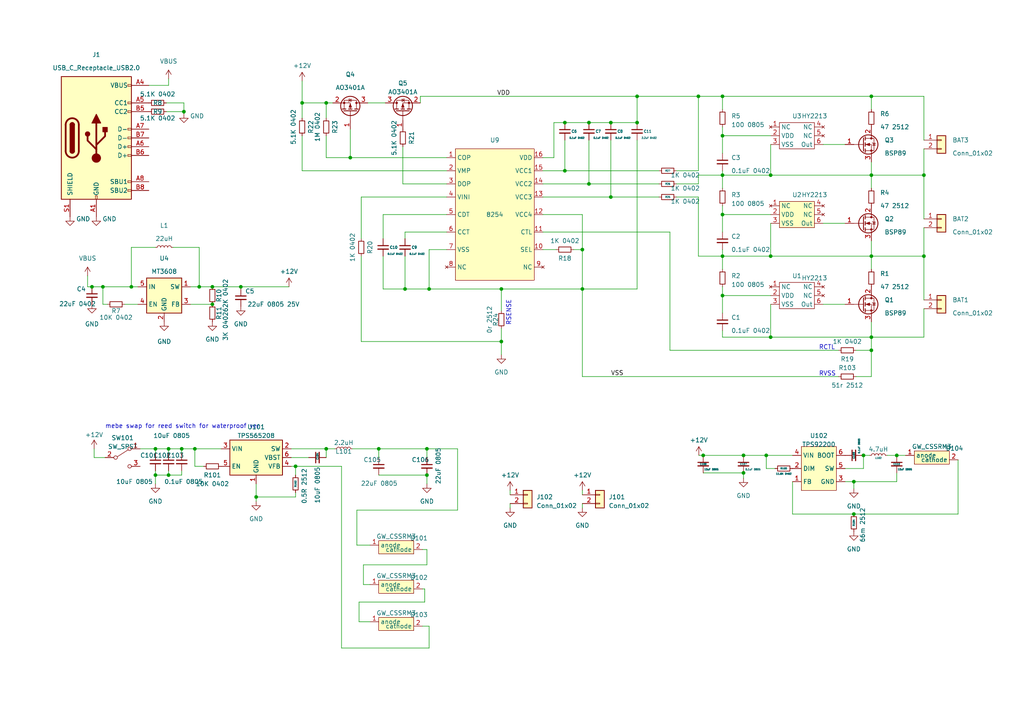
<source format=kicad_sch>
(kicad_sch (version 20230121) (generator eeschema)
  (paper "A4")
  (lib_symbols
    (symbol "8254A:8254"
      (property "Reference" "U" (at 0 0 0))
      (symbol "8254_0_1"
        (rectangle (start -11.43 19.05) (end 11.43 -19.05) (fill (type background)))
      )
      (symbol "8254_1_1"
        (pin input line (at -13.97 16.51 0) (length 2.54) (name "COP") (number "1"))
        (pin input line (at 13.97 -10.16 180) (length 2.54) (name "SEL") (number "10"))
        (pin input line (at 13.97 -5.08 180) (length 2.54) (name "CTL") (number "11"))
        (pin input line (at 13.97 0 180) (length 2.54) (name "VCC4") (number "12"))
        (pin input line (at 13.97 5.08 180) (length 2.54) (name "VCC3") (number "13"))
        (pin input line (at 13.97 8.89 180) (length 2.54) (name "VCC2") (number "14"))
        (pin input line (at 13.97 12.7 180) (length 2.54) (name "VCC1") (number "15"))
        (pin input line (at 13.97 16.51 180) (length 2.54) (name "VDD") (number "16"))
        (pin input line (at -13.97 12.7 0) (length 2.54) (name "VMP") (number "2"))
        (pin input line (at -13.97 8.89 0) (length 2.54) (name "DOP") (number "3"))
        (pin input line (at -13.97 5.08 0) (length 2.54) (name "VINI") (number "4"))
        (pin input line (at -13.97 0 0) (length 2.54) (name "CDT") (number "5"))
        (pin input line (at -13.97 -5.08 0) (length 2.54) (name "CCT") (number "6"))
        (pin input line (at -13.97 -10.16 0) (length 2.54) (name "VSS") (number "7"))
        (pin no_connect line (at -13.97 -15.24 0) (length 2.54) (name "NC") (number "8"))
        (pin no_connect line (at 13.97 -15.24 180) (length 2.54) (name "NC") (number "9"))
      )
    )
    (symbol "Connector:USB_C_Receptacle_USB2.0" (pin_names (offset 1.016))
      (property "Reference" "J" (at -10.16 19.05 0))
      (property "Value" "USB_C_Receptacle_USB2.0" (at 19.05 19.05 0))
      (symbol "USB_C_Receptacle_USB2.0_0_0"
        (rectangle (start -0.254 -17.78) (end 0.254 -16.764))
        (rectangle (start 10.16 -14.986) (end 9.144 -15.494))
        (rectangle (start 10.16 -12.446) (end 9.144 -12.954))
        (rectangle (start 10.16 -4.826) (end 9.144 -5.334))
        (rectangle (start 10.16 -2.286) (end 9.144 -2.794))
        (rectangle (start 10.16 0.254) (end 9.144 -0.254))
        (rectangle (start 10.16 2.794) (end 9.144 2.286))
        (rectangle (start 10.16 7.874) (end 9.144 7.366))
        (rectangle (start 10.16 10.414) (end 9.144 9.906))
        (rectangle (start 10.16 15.494) (end 9.144 14.986))
      )
      (symbol "USB_C_Receptacle_USB2.0_0_1"
        (rectangle (start -10.16 17.78) (end 10.16 -17.78) (stroke (width 0.254)) (fill (type background)))
        (arc (start -8.89 -3.81) (mid -6.985 -5.7067) (end -5.08 -3.81) (stroke (width 0.508)))
        (arc (start -7.62 -3.81) (mid -6.985 -4.4423) (end -6.35 -3.81) (stroke (width 0.254)))
        (arc (start -7.62 -3.81) (mid -6.985 -4.4423) (end -6.35 -3.81) (stroke (width 0.254)) (fill (type outline)))
        (rectangle (start -7.62 -3.81) (end -6.35 3.81) (stroke (width 0.254)) (fill (type outline)))
        (arc (start -6.35 3.81) (mid -6.985 4.4423) (end -7.62 3.81) (stroke (width 0.254)))
        (arc (start -6.35 3.81) (mid -6.985 4.4423) (end -7.62 3.81) (stroke (width 0.254)) (fill (type outline)))
        (arc (start -5.08 3.81) (mid -6.985 5.7067) (end -8.89 3.81) (stroke (width 0.508)))
        (circle (center -2.54 1.143) (radius 0.635) (stroke (width 0.254)) (fill (type outline)))
        (circle (center 0 -5.842) (radius 1.27) (fill (type outline)))
        (polyline (pts (xy -8.89 -3.81) (xy -8.89 3.81)) (stroke (width 0.508)))
        (polyline (pts (xy -5.08 3.81) (xy -5.08 -3.81)) (stroke (width 0.508)))
        (polyline (pts (xy 0 -5.842) (xy 0 4.318)) (stroke (width 0.508)))
        (polyline (pts (xy 0 -3.302) (xy -2.54 -0.762) (xy -2.54 0.508)) (stroke (width 0.508)))
        (polyline (pts (xy 0 -2.032) (xy 2.54 0.508) (xy 2.54 1.778)) (stroke (width 0.508)))
        (polyline (pts (xy -1.27 4.318) (xy 0 6.858) (xy 1.27 4.318) (xy -1.27 4.318)) (stroke (width 0.254)) (fill (type outline)))
        (rectangle (start 1.905 1.778) (end 3.175 3.048) (stroke (width 0.254)) (fill (type outline)))
      )
      (symbol "USB_C_Receptacle_USB2.0_1_1"
        (pin passive line (at 0 -22.86 90) (length 5.08) (name "GND") (number "A1"))
        (pin passive line (at 0 -22.86 90) (length 5.08) hide (name "GND") (number "A12"))
        (pin passive line (at 15.24 15.24 180) (length 5.08) (name "VBUS") (number "A4"))
        (pin bidirectional line (at 15.24 10.16 180) (length 5.08) (name "CC1") (number "A5"))
        (pin bidirectional line (at 15.24 -2.54 180) (length 5.08) (name "D+") (number "A6"))
        (pin bidirectional line (at 15.24 2.54 180) (length 5.08) (name "D-") (number "A7"))
        (pin bidirectional line (at 15.24 -12.7 180) (length 5.08) (name "SBU1") (number "A8"))
        (pin passive line (at 15.24 15.24 180) (length 5.08) hide (name "VBUS") (number "A9"))
        (pin passive line (at 0 -22.86 90) (length 5.08) hide (name "GND") (number "B1"))
        (pin passive line (at 0 -22.86 90) (length 5.08) hide (name "GND") (number "B12"))
        (pin passive line (at 15.24 15.24 180) (length 5.08) hide (name "VBUS") (number "B4"))
        (pin bidirectional line (at 15.24 7.62 180) (length 5.08) (name "CC2") (number "B5"))
        (pin bidirectional line (at 15.24 -5.08 180) (length 5.08) (name "D+") (number "B6"))
        (pin bidirectional line (at 15.24 0 180) (length 5.08) (name "D-") (number "B7"))
        (pin bidirectional line (at 15.24 -15.24 180) (length 5.08) (name "SBU2") (number "B8"))
        (pin passive line (at 15.24 15.24 180) (length 5.08) hide (name "VBUS") (number "B9"))
        (pin passive line (at -7.62 -22.86 90) (length 5.08) (name "SHIELD") (number "S1"))
      )
    )
    (symbol "Connector_Generic:Conn_01x02" (pin_names (offset 1.016) hide)
      (property "Reference" "J" (at 0 2.54 0))
      (property "Value" "Conn_01x02" (at 0 -5.08 0))
      (symbol "Conn_01x02_1_1"
        (rectangle (start -1.27 -2.413) (end 0 -2.667) (stroke (width 0.1524)))
        (rectangle (start -1.27 0.127) (end 0 -0.127) (stroke (width 0.1524)))
        (rectangle (start -1.27 1.27) (end 1.27 -3.81) (stroke (width 0.254)) (fill (type background)))
        (pin passive line (at -5.08 0 0) (length 3.81) (name "Pin_1") (number "1"))
        (pin passive line (at -5.08 -2.54 0) (length 3.81) (name "Pin_2") (number "2"))
      )
    )
    (symbol "Device:C_Small" (pin_numbers hide) (pin_names (offset 0.254) hide)
      (property "Reference" "C" (at 0.254 1.778 0))
      (property "Value" "C_Small" (at 0.254 -2.032 0))
      (symbol "C_Small_0_1"
        (polyline (pts (xy -1.524 -0.508) (xy 1.524 -0.508)) (stroke (width 0.3302)))
        (polyline (pts (xy -1.524 0.508) (xy 1.524 0.508)) (stroke (width 0.3048)))
      )
      (symbol "C_Small_1_1"
        (pin passive line (at 0 2.54 270) (length 2.032) (name "~") (number "1"))
        (pin passive line (at 0 -2.54 90) (length 2.032) (name "~") (number "2"))
      )
    )
    (symbol "Device:L_Small" (pin_numbers hide) (pin_names (offset 0.254) hide)
      (property "Reference" "L" (at 0.762 1.016 0))
      (property "Value" "L_Small" (at 0.762 -1.016 0))
      (symbol "L_Small_0_1"
        (arc (start 0 -2.032) (mid 0.5058 -1.524) (end 0 -1.016))
        (arc (start 0 -1.016) (mid 0.5058 -0.508) (end 0 0))
        (arc (start 0 0) (mid 0.5058 0.508) (end 0 1.016))
        (arc (start 0 1.016) (mid 0.5058 1.524) (end 0 2.032))
      )
      (symbol "L_Small_1_1"
        (pin passive line (at 0 2.54 270) (length 0.508) (name "~") (number "1"))
        (pin passive line (at 0 -2.54 90) (length 0.508) (name "~") (number "2"))
      )
    )
    (symbol "Device:R_Small" (pin_numbers hide) (pin_names (offset 0.254) hide)
      (property "Reference" "R" (at 0.762 0.508 0))
      (property "Value" "R_Small" (at 0.762 -1.016 0))
      (symbol "R_Small_0_1"
        (rectangle (start -0.762 1.778) (end 0.762 -1.778) (stroke (width 0.2032)))
      )
      (symbol "R_Small_1_1"
        (pin passive line (at 0 2.54 270) (length 0.762) (name "~") (number "1"))
        (pin passive line (at 0 -2.54 90) (length 0.762) (name "~") (number "2"))
      )
    )
    (symbol "GW CSSRM3:GW_CSSRM3"
      (property "Reference" "D" (at 0 1.27 0))
      (property "Value" "GW_CSSRM3" (at 0 -5.08 0))
      (symbol "GW_CSSRM3_0_1"
        (rectangle (start -5.08 0) (end 5.08 -3.81) (fill (type background)))
      )
      (symbol "GW_CSSRM3_1_1"
        (pin input line (at -7.62 -1.27 0) (length 2.54) (name "anode") (number "1"))
        (pin output line (at 7.62 -2.54 180) (length 2.54) (name "cathode") (number "2"))
        (pin input line (at 0 -6.35 90) (length 2.54) hide (name "GND") (number "3"))
      )
    )
    (symbol "HY2213:HY2213"
      (property "Reference" "U" (at 0 2.54 0))
      (symbol "HY2213_0_1"
        (rectangle (start -5.08 1.27) (end 5.08 -6.35))
      )
      (symbol "HY2213_1_1"
        (pin no_connect line (at -7.62 0 0) (length 2.54) (name "NC") (number "1"))
        (pin input line (at -7.62 -2.54 0) (length 2.54) (name "VDD") (number "2"))
        (pin output line (at -7.62 -5.08 0) (length 2.54) (name "VSS") (number "3"))
        (pin no_connect line (at 7.62 0 180) (length 2.54) (name "NC") (number "4"))
        (pin no_connect line (at 7.62 -2.54 180) (length 2.54) (name "NC") (number "5"))
        (pin output line (at 7.62 -5.08 180) (length 2.54) (name "Out") (number "6"))
      )
    )
    (symbol "HY2213_1"
      (property "Reference" "U2" (at 0 3.175 0))
      (property "Value" "HY2213" (at 5.08 3.175 0))
      (symbol "HY2213_1_0_1"
        (rectangle (start -5.08 1.27) (end 5.08 -6.35) (fill (type background)))
      )
      (symbol "HY2213_1_1_1"
        (pin no_connect line (at -7.62 0 0) (length 2.54) (name "NC") (number "1"))
        (pin input line (at -7.62 -2.54 0) (length 2.54) (name "VDD") (number "2"))
        (pin output line (at -7.62 -5.08 0) (length 2.54) (name "VSS") (number "3"))
        (pin no_connect line (at 7.62 0 180) (length 2.54) (name "NC") (number "4"))
        (pin no_connect line (at 7.62 -2.54 180) (length 2.54) (name "NC") (number "5"))
        (pin output line (at 7.62 -5.08 180) (length 2.54) (name "Out") (number "6"))
      )
    )
    (symbol "Regulator_Switching:MT3608"
      (property "Reference" "U" (at -2.54 8.89 0))
      (property "Value" "MT3608" (at -3.81 6.35 0))
      (symbol "MT3608_0_1"
        (rectangle (start -5.08 5.08) (end 5.08 -5.08) (stroke (width 0.254)) (fill (type background)))
      )
      (symbol "MT3608_1_1"
        (pin passive line (at 7.62 2.54 180) (length 2.54) (name "SW") (number "1"))
        (pin power_in line (at 0 -7.62 90) (length 2.54) (name "GND") (number "2"))
        (pin input line (at 7.62 -2.54 180) (length 2.54) (name "FB") (number "3"))
        (pin input line (at -7.62 -2.54 0) (length 2.54) (name "EN") (number "4"))
        (pin power_in line (at -7.62 2.54 0) (length 2.54) (name "IN") (number "5"))
        (pin no_connect line (at 5.08 0 180) (length 2.54) hide (name "NC") (number "6"))
      )
    )
    (symbol "Regulator_Switching:TPS565208"
      (property "Reference" "U" (at -7.62 6.35 0))
      (property "Value" "TPS565208" (at -2.54 6.35 0))
      (symbol "TPS565208_0_1"
        (rectangle (start -7.62 5.08) (end 7.62 -5.08) (stroke (width 0.254)) (fill (type background)))
      )
      (symbol "TPS565208_1_1"
        (pin power_in line (at 0 -7.62 90) (length 2.54) (name "GND") (number "1"))
        (pin output line (at 10.16 2.54 180) (length 2.54) (name "SW") (number "2"))
        (pin power_in line (at -10.16 2.54 0) (length 2.54) (name "VIN") (number "3"))
        (pin input line (at 10.16 -2.54 180) (length 2.54) (name "VFB") (number "4"))
        (pin input line (at -10.16 -2.54 0) (length 2.54) (name "EN") (number "5"))
        (pin passive line (at 10.16 0 180) (length 2.54) (name "VBST") (number "6"))
      )
    )
    (symbol "Switch:SW_SPDT" (pin_names (offset 0) hide)
      (property "Reference" "SW" (at 0 4.318 0))
      (property "Value" "SW_SPDT" (at 0 -5.08 0))
      (symbol "SW_SPDT_0_0"
        (circle (center -2.032 0) (radius 0.508))
        (circle (center 2.032 -2.54) (radius 0.508))
      )
      (symbol "SW_SPDT_0_1"
        (polyline (pts (xy -1.524 0.254) (xy 1.651 2.286)))
        (circle (center 2.032 2.54) (radius 0.508))
      )
      (symbol "SW_SPDT_1_1"
        (pin passive line (at 5.08 2.54 180) (length 2.54) (name "A") (number "1"))
        (pin passive line (at -5.08 0 0) (length 2.54) (name "B") (number "2"))
        (pin passive line (at 5.08 -2.54 180) (length 2.54) (name "C") (number "3"))
      )
    )
    (symbol "TPS92200:TPS92200"
      (property "Reference" "U" (at 0 0 0))
      (property "Value" "TPS92200" (at 0 0 0))
      (symbol "TPS92200_0_1"
        (rectangle (start -5.08 6.35) (end 5.08 -6.35) (fill (type background)))
      )
      (symbol "TPS92200_1_1"
        (pin input line (at -7.62 -3.81 0) (length 2.54) (name "FB") (number "1"))
        (pin input line (at -7.62 0 0) (length 2.54) (name "DIM") (number "2"))
        (pin input line (at 7.62 -3.81 180) (length 2.54) (name "GND") (number "3"))
        (pin input line (at -7.62 3.81 0) (length 2.54) (name "VIN") (number "4"))
        (pin input line (at 7.62 0 180) (length 2.54) (name "SW") (number "5"))
        (pin input line (at 7.62 3.81 180) (length 2.54) (name "BOOT") (number "6"))
      )
    )
    (symbol "Transistor_FET:AO3401A" (pin_names hide)
      (property "Reference" "Q" (at 5.08 1.905 0))
      (property "Value" "AO3401A" (at 5.08 0 0))
      (symbol "AO3401A_0_1"
        (polyline (pts (xy 0.254 0) (xy -2.54 0)))
        (polyline (pts (xy 0.254 1.905) (xy 0.254 -1.905)) (stroke (width 0.254)))
        (polyline (pts (xy 0.762 -1.27) (xy 0.762 -2.286)) (stroke (width 0.254)))
        (polyline (pts (xy 0.762 0.508) (xy 0.762 -0.508)) (stroke (width 0.254)))
        (polyline (pts (xy 0.762 2.286) (xy 0.762 1.27)) (stroke (width 0.254)))
        (polyline (pts (xy 2.54 2.54) (xy 2.54 1.778)))
        (polyline (pts (xy 2.54 -2.54) (xy 2.54 0) (xy 0.762 0)))
        (polyline (pts (xy 0.762 1.778) (xy 3.302 1.778) (xy 3.302 -1.778) (xy 0.762 -1.778)))
        (polyline (pts (xy 2.286 0) (xy 1.27 0.381) (xy 1.27 -0.381) (xy 2.286 0)) (fill (type outline)))
        (polyline (pts (xy 2.794 -0.508) (xy 2.921 -0.381) (xy 3.683 -0.381) (xy 3.81 -0.254)))
        (polyline (pts (xy 3.302 -0.381) (xy 2.921 0.254) (xy 3.683 0.254) (xy 3.302 -0.381)))
        (circle (center 1.651 0) (radius 2.794) (stroke (width 0.254)))
        (circle (center 2.54 -1.778) (radius 0.254) (fill (type outline)))
        (circle (center 2.54 1.778) (radius 0.254) (fill (type outline)))
      )
      (symbol "AO3401A_1_1"
        (pin input line (at -5.08 0 0) (length 2.54) (name "G") (number "1"))
        (pin passive line (at 2.54 -5.08 90) (length 2.54) (name "S") (number "2"))
        (pin passive line (at 2.54 5.08 270) (length 2.54) (name "D") (number "3"))
      )
    )
    (symbol "Transistor_FET:BSP89" (pin_names hide)
      (property "Reference" "Q" (at 5.08 1.905 0))
      (property "Value" "BSP89" (at 5.08 0 0))
      (symbol "BSP89_0_1"
        (polyline (pts (xy 0.254 0) (xy -2.54 0)))
        (polyline (pts (xy 0.254 1.905) (xy 0.254 -1.905)) (stroke (width 0.254)))
        (polyline (pts (xy 0.762 -1.27) (xy 0.762 -2.286)) (stroke (width 0.254)))
        (polyline (pts (xy 0.762 0.508) (xy 0.762 -0.508)) (stroke (width 0.254)))
        (polyline (pts (xy 0.762 2.286) (xy 0.762 1.27)) (stroke (width 0.254)))
        (polyline (pts (xy 2.54 2.54) (xy 2.54 1.778)))
        (polyline (pts (xy 2.54 -2.54) (xy 2.54 0) (xy 0.762 0)))
        (polyline (pts (xy 0.762 -1.778) (xy 3.302 -1.778) (xy 3.302 1.778) (xy 0.762 1.778)))
        (polyline (pts (xy 1.016 0) (xy 2.032 0.381) (xy 2.032 -0.381) (xy 1.016 0)) (fill (type outline)))
        (polyline (pts (xy 2.794 0.508) (xy 2.921 0.381) (xy 3.683 0.381) (xy 3.81 0.254)))
        (polyline (pts (xy 3.302 0.381) (xy 2.921 -0.254) (xy 3.683 -0.254) (xy 3.302 0.381)))
        (circle (center 1.651 0) (radius 2.794) (stroke (width 0.254)))
        (circle (center 2.54 -1.778) (radius 0.254) (fill (type outline)))
        (circle (center 2.54 1.778) (radius 0.254) (fill (type outline)))
      )
      (symbol "BSP89_1_1"
        (pin input line (at -5.08 0 0) (length 2.54) (name "G") (number "1"))
        (pin passive line (at 2.54 5.08 270) (length 2.54) (name "D") (number "2"))
        (pin passive line (at 2.54 -5.08 90) (length 2.54) (name "S") (number "3"))
      )
    )
    (symbol "power:+12V" (power) (pin_names (offset 0))
      (property "Value" "+12V" (at 0 3.556 0))
      (symbol "+12V_0_1"
        (polyline (pts (xy -0.762 1.27) (xy 0 2.54)))
        (polyline (pts (xy 0 0) (xy 0 2.54)))
        (polyline (pts (xy 0 2.54) (xy 0.762 1.27)))
      )
      (symbol "+12V_1_1"
        (pin power_in line (at 0 0 90) (length 0) hide (name "+12V") (number "1"))
      )
    )
    (symbol "power:GND" (power) (pin_names (offset 0))
      (property "Value" "GND" (at 0 -3.81 0))
      (symbol "GND_0_1"
        (polyline (pts (xy 0 0) (xy 0 -1.27) (xy 1.27 -1.27) (xy 0 -2.54) (xy -1.27 -1.27) (xy 0 -1.27)))
      )
      (symbol "GND_1_1"
        (pin power_in line (at 0 0 270) (length 0) hide (name "GND") (number "1"))
      )
    )
    (symbol "power:VBUS" (power) (pin_names (offset 0))
      (property "Value" "VBUS" (at 0 3.81 0))
      (symbol "VBUS_0_1"
        (polyline (pts (xy -0.762 1.27) (xy 0 2.54)))
        (polyline (pts (xy 0 0) (xy 0 2.54)))
        (polyline (pts (xy 0 2.54) (xy 0.762 1.27)))
      )
      (symbol "VBUS_1_1"
        (pin power_in line (at 0 0 90) (length 0) hide (name "VBUS") (number "1"))
      )
    )
  )
  (junction (at 209.55 50.8))
  (junction (at 168.91 83.82))
  (junction (at 252.73 97.79))
  (junction (at 252.73 101.6))
  (junction (at 48.895 137.795))
  (junction (at 61.595 83.185))
  (junction (at 184.785 27.94))
  (junction (at 267.97 74.295))
  (junction (at 209.55 62.23))
  (junction (at 202.565 27.94))
  (junction (at 252.73 50.8))
  (junction (at 123.825 137.795))
  (junction (at 252.73 74.295))
  (junction (at 145.415 99.06))
  (junction (at 94.615 130.175))
  (junction (at 163.83 35.56))
  (junction (at 170.815 35.56))
  (junction (at 69.85 83.185))
  (junction (at 250.444 132.08))
  (junction (at 177.165 35.56))
  (junction (at 145.415 83.82))
  (junction (at 56.515 130.175))
  (junction (at 29.845 83.185))
  (junction (at 48.895 130.175))
  (junction (at 223.52 74.295))
  (junction (at 215.646 137.16))
  (junction (at 53.34 32.385))
  (junction (at 252.73 27.94))
  (junction (at 223.52 50.8))
  (junction (at 85.725 135.255))
  (junction (at 101.6 45.72))
  (junction (at 209.55 74.295))
  (junction (at 215.646 132.08))
  (junction (at 203.962 132.08))
  (junction (at 223.52 97.79))
  (junction (at 26.67 83.185))
  (junction (at 61.595 88.265))
  (junction (at 87.63 29.845))
  (junction (at 109.855 130.175))
  (junction (at 247.65 139.7))
  (junction (at 163.83 49.53))
  (junction (at 123.825 130.175))
  (junction (at 170.815 53.34))
  (junction (at 209.55 39.37))
  (junction (at 74.295 144.145))
  (junction (at 94.615 29.845))
  (junction (at 184.785 35.56))
  (junction (at 168.91 72.39))
  (junction (at 222.25 132.08))
  (junction (at 124.46 83.82))
  (junction (at 117.475 83.82))
  (junction (at 57.785 83.185))
  (junction (at 267.97 50.8))
  (junction (at 38.1 83.185))
  (junction (at 177.165 57.15))
  (junction (at 45.085 130.175))
  (junction (at 260.096 132.08))
  (junction (at 209.55 27.94))
  (junction (at 247.65 149.098))
  (junction (at 45.085 137.795))
  (junction (at 52.705 130.175))
  (junction (at 209.55 85.725))
  (wire (pts (xy 170.815 35.56) (xy 163.83 35.56)))
  (wire (pts (xy 99.06 135.255) (xy 85.725 135.255)))
  (wire (pts (xy 117.475 83.82) (xy 111.125 83.82)))
  (wire (pts (xy 124.46 187.96) (xy 99.06 187.96)))
  (wire (pts (xy 94.615 29.845) (xy 96.52 29.845)))
  (wire (pts (xy 209.55 44.45) (xy 209.55 39.37)))
  (wire (pts (xy 184.785 27.94) (xy 202.565 27.94)))
  (wire (pts (xy 252.73 50.8) (xy 252.73 54.61)))
  (wire (pts (xy 117.475 74.295) (xy 117.475 83.82)))
  (wire (pts (xy 250.444 135.89) (xy 250.444 132.08)))
  (wire (pts (xy 123.19 170.815) (xy 123.19 174.625)))
  (wire (pts (xy 245.11 135.89) (xy 250.444 135.89)))
  (wire (pts (xy 117.475 67.31) (xy 129.54 67.31)))
  (wire (pts (xy 45.085 137.795) (xy 45.085 136.525)))
  (wire (pts (xy 277.876 149.098) (xy 277.876 133.35)))
  (wire (pts (xy 209.55 27.94) (xy 209.55 31.75)))
  (wire (pts (xy 209.55 95.885) (xy 209.55 97.79)))
  (wire (pts (xy 168.91 146.05) (xy 168.91 147.32)))
  (wire (pts (xy 45.085 130.175) (xy 48.895 130.175)))
  (wire (pts (xy 252.73 93.345) (xy 252.73 97.79)))
  (wire (pts (xy 168.91 83.82) (xy 184.785 83.82)))
  (wire (pts (xy 145.415 83.82) (xy 168.91 83.82)))
  (wire (pts (xy 122.555 181.61) (xy 124.46 181.61)))
  (wire (pts (xy 116.84 53.34) (xy 129.54 53.34)))
  (wire (pts (xy 238.76 64.77) (xy 245.11 64.77)))
  (wire (pts (xy 229.87 149.098) (xy 247.65 149.098)))
  (wire (pts (xy 56.515 130.175) (xy 64.135 130.175)))
  (wire (pts (xy 267.97 27.94) (xy 252.73 27.94)))
  (wire (pts (xy 132.715 147.955) (xy 132.715 130.175)))
  (wire (pts (xy 168.91 72.39) (xy 168.91 83.82)))
  (wire (pts (xy 25.4 80.01) (xy 25.4 83.185)))
  (wire (pts (xy 45.085 140.335) (xy 45.085 137.795)))
  (wire (pts (xy 223.52 39.37) (xy 209.55 39.37)))
  (wire (pts (xy 223.52 97.79) (xy 223.52 88.265)))
  (wire (pts (xy 147.955 142.24) (xy 147.955 143.51)))
  (wire (pts (xy 170.815 53.34) (xy 191.135 53.34)))
  (wire (pts (xy 45.085 137.795) (xy 48.895 137.795)))
  (wire (pts (xy 168.91 62.23) (xy 168.91 72.39)))
  (wire (pts (xy 209.55 74.295) (xy 223.52 74.295)))
  (wire (pts (xy 109.855 130.175) (xy 102.235 130.175)))
  (wire (pts (xy 129.54 45.72) (xy 101.6 45.72)))
  (wire (pts (xy 157.48 67.31) (xy 194.31 67.31)))
  (wire (pts (xy 215.646 132.08) (xy 222.25 132.08)))
  (wire (pts (xy 57.785 71.755) (xy 57.785 83.185)))
  (wire (pts (xy 202.565 49.53) (xy 196.215 49.53)))
  (wire (pts (xy 101.6 45.72) (xy 94.615 45.72)))
  (wire (pts (xy 48.895 137.795) (xy 48.895 136.525)))
  (wire (pts (xy 87.63 49.53) (xy 129.54 49.53)))
  (wire (pts (xy 247.65 149.098) (xy 277.876 149.098)))
  (wire (pts (xy 262.636 132.08) (xy 260.096 132.08)))
  (wire (pts (xy 223.52 85.725) (xy 209.55 85.725)))
  (wire (pts (xy 48.895 130.175) (xy 48.895 131.445)))
  (wire (pts (xy 50.165 71.755) (xy 57.785 71.755)))
  (wire (pts (xy 123.825 130.175) (xy 109.855 130.175)))
  (wire (pts (xy 252.73 74.295) (xy 252.73 69.85)))
  (wire (pts (xy 209.55 74.295) (xy 209.55 78.105)))
  (wire (pts (xy 124.46 83.82) (xy 124.46 72.39)))
  (wire (pts (xy 48.26 29.845) (xy 53.34 29.845)))
  (wire (pts (xy 74.295 145.415) (xy 74.295 144.145)))
  (wire (pts (xy 202.565 27.94) (xy 209.55 27.94)))
  (wire (pts (xy 166.37 72.39) (xy 168.91 72.39)))
  (wire (pts (xy 87.63 23.495) (xy 87.63 29.845)))
  (wire (pts (xy 103.505 158.115) (xy 107.315 158.115)))
  (wire (pts (xy 132.715 130.175) (xy 123.825 130.175)))
  (wire (pts (xy 85.725 135.255) (xy 84.455 135.255)))
  (wire (pts (xy 202.565 53.34) (xy 202.565 50.8)))
  (wire (pts (xy 267.97 50.8) (xy 267.97 43.18)))
  (wire (pts (xy 145.415 90.17) (xy 145.415 83.82)))
  (wire (pts (xy 177.165 57.15) (xy 191.135 57.15)))
  (wire (pts (xy 177.165 35.56) (xy 184.785 35.56)))
  (wire (pts (xy 29.845 88.265) (xy 29.845 83.185)))
  (wire (pts (xy 222.25 132.08) (xy 229.87 132.08)))
  (wire (pts (xy 84.455 132.715) (xy 89.535 132.715)))
  (wire (pts (xy 177.165 40.64) (xy 177.165 57.15)))
  (wire (pts (xy 104.14 180.34) (xy 107.315 180.34)))
  (wire (pts (xy 191.135 49.53) (xy 163.83 49.53)))
  (wire (pts (xy 83.82 83.185) (xy 69.85 83.185)))
  (wire (pts (xy 31.115 88.265) (xy 29.845 88.265)))
  (wire (pts (xy 94.615 45.72) (xy 94.615 39.37)))
  (wire (pts (xy 267.97 40.64) (xy 267.97 27.94)))
  (wire (pts (xy 56.515 135.255) (xy 59.055 135.255)))
  (wire (pts (xy 252.222 132.08) (xy 250.444 132.08)))
  (wire (pts (xy 111.125 62.23) (xy 129.54 62.23)))
  (wire (pts (xy 202.565 74.295) (xy 209.55 74.295)))
  (wire (pts (xy 104.775 99.06) (xy 145.415 99.06)))
  (wire (pts (xy 117.475 69.215) (xy 117.475 67.31)))
  (wire (pts (xy 209.55 85.725) (xy 209.55 83.185)))
  (wire (pts (xy 123.825 159.385) (xy 123.825 163.83)))
  (wire (pts (xy 123.825 132.715) (xy 123.825 130.175)))
  (wire (pts (xy 260.096 137.16) (xy 260.096 139.7)))
  (wire (pts (xy 252.73 27.94) (xy 252.73 31.75)))
  (wire (pts (xy 25.4 83.185) (xy 26.67 83.185)))
  (wire (pts (xy 196.215 53.34) (xy 202.565 53.34)))
  (wire (pts (xy 122.555 170.815) (xy 123.19 170.815)))
  (wire (pts (xy 124.46 72.39) (xy 129.54 72.39)))
  (wire (pts (xy 223.52 74.295) (xy 252.73 74.295)))
  (wire (pts (xy 157.48 62.23) (xy 168.91 62.23)))
  (wire (pts (xy 85.725 137.795) (xy 85.725 135.255)))
  (wire (pts (xy 74.295 144.145) (xy 85.725 144.145)))
  (wire (pts (xy 52.705 137.795) (xy 52.705 136.525)))
  (wire (pts (xy 94.615 34.29) (xy 94.615 29.845)))
  (wire (pts (xy 222.25 135.89) (xy 222.25 132.08)))
  (wire (pts (xy 202.565 27.94) (xy 202.565 49.53)))
  (wire (pts (xy 209.55 49.53) (xy 209.55 50.8)))
  (wire (pts (xy 36.195 88.265) (xy 40.005 88.265)))
  (wire (pts (xy 252.73 101.6) (xy 252.73 109.22)))
  (wire (pts (xy 202.565 57.15) (xy 202.565 74.295)))
  (wire (pts (xy 267.97 89.535) (xy 267.97 97.79)))
  (wire (pts (xy 53.34 32.385) (xy 48.26 32.385)))
  (wire (pts (xy 177.165 35.56) (xy 170.815 35.56)))
  (wire (pts (xy 111.125 69.215) (xy 111.125 62.23)))
  (wire (pts (xy 238.76 41.91) (xy 245.11 41.91)))
  (wire (pts (xy 163.83 49.53) (xy 157.48 49.53)))
  (wire (pts (xy 184.785 40.64) (xy 184.785 83.82)))
  (wire (pts (xy 87.63 29.845) (xy 94.615 29.845)))
  (wire (pts (xy 252.73 50.8) (xy 223.52 50.8)))
  (wire (pts (xy 26.67 83.185) (xy 29.845 83.185)))
  (wire (pts (xy 267.97 74.295) (xy 267.97 66.04)))
  (wire (pts (xy 104.775 74.295) (xy 104.775 99.06)))
  (wire (pts (xy 104.775 57.15) (xy 129.54 57.15)))
  (wire (pts (xy 163.83 40.64) (xy 163.83 49.53)))
  (wire (pts (xy 106.68 29.845) (xy 111.76 29.845)))
  (wire (pts (xy 194.31 67.31) (xy 194.31 101.6)))
  (wire (pts (xy 94.615 130.175) (xy 84.455 130.175)))
  (wire (pts (xy 168.91 142.24) (xy 168.91 143.51)))
  (wire (pts (xy 48.895 130.175) (xy 52.705 130.175)))
  (wire (pts (xy 38.1 71.755) (xy 38.1 83.185)))
  (wire (pts (xy 196.215 57.15) (xy 202.565 57.15)))
  (wire (pts (xy 40.64 130.175) (xy 45.085 130.175)))
  (wire (pts (xy 209.55 97.79) (xy 223.52 97.79)))
  (wire (pts (xy 121.92 27.94) (xy 184.785 27.94)))
  (wire (pts (xy 52.705 130.175) (xy 56.515 130.175)))
  (wire (pts (xy 257.302 132.08) (xy 260.096 132.08)))
  (wire (pts (xy 123.825 163.83) (xy 105.41 163.83)))
  (wire (pts (xy 85.725 144.145) (xy 85.725 142.875)))
  (wire (pts (xy 223.52 74.295) (xy 223.52 64.77)))
  (wire (pts (xy 223.52 97.79) (xy 252.73 97.79)))
  (wire (pts (xy 52.705 130.175) (xy 52.705 131.445)))
  (wire (pts (xy 105.41 163.83) (xy 105.41 169.545)))
  (wire (pts (xy 87.63 34.29) (xy 87.63 29.845)))
  (wire (pts (xy 123.19 174.625) (xy 104.14 174.625)))
  (wire (pts (xy 69.85 83.185) (xy 69.85 83.82)))
  (wire (pts (xy 104.14 174.625) (xy 104.14 180.34)))
  (wire (pts (xy 48.895 137.795) (xy 52.705 137.795)))
  (wire (pts (xy 209.55 27.94) (xy 252.73 27.94)))
  (wire (pts (xy 55.245 88.265) (xy 61.595 88.265)))
  (wire (pts (xy 215.646 138.684) (xy 215.646 137.16)))
  (wire (pts (xy 55.245 83.185) (xy 57.785 83.185)))
  (wire (pts (xy 267.97 50.8) (xy 267.97 63.5)))
  (wire (pts (xy 45.085 131.445) (xy 45.085 130.175)))
  (wire (pts (xy 160.655 35.56) (xy 160.655 45.72)))
  (wire (pts (xy 203.962 132.08) (xy 215.646 132.08)))
  (wire (pts (xy 215.646 137.16) (xy 203.962 137.16)))
  (wire (pts (xy 243.205 109.22) (xy 168.91 109.22)))
  (wire (pts (xy 103.505 147.955) (xy 132.715 147.955)))
  (wire (pts (xy 53.34 29.845) (xy 53.34 32.385)))
  (wire (pts (xy 223.52 50.8) (xy 209.55 50.8)))
  (wire (pts (xy 87.63 39.37) (xy 87.63 49.53)))
  (wire (pts (xy 48.895 24.765) (xy 43.18 24.765)))
  (wire (pts (xy 57.785 83.185) (xy 61.595 83.185)))
  (wire (pts (xy 252.73 78.105) (xy 252.73 74.295)))
  (wire (pts (xy 209.55 39.37) (xy 209.55 36.83)))
  (wire (pts (xy 247.65 139.7) (xy 260.096 139.7)))
  (wire (pts (xy 61.595 83.185) (xy 69.85 83.185)))
  (wire (pts (xy 202.692 132.08) (xy 203.962 132.08)))
  (wire (pts (xy 209.55 67.31) (xy 209.55 62.23)))
  (wire (pts (xy 38.1 83.185) (xy 40.005 83.185)))
  (wire (pts (xy 74.295 144.145) (xy 74.295 140.335)))
  (wire (pts (xy 116.84 42.545) (xy 116.84 53.34)))
  (wire (pts (xy 45.085 71.755) (xy 38.1 71.755)))
  (wire (pts (xy 105.41 169.545) (xy 107.315 169.545)))
  (wire (pts (xy 209.55 72.39) (xy 209.55 74.295)))
  (wire (pts (xy 111.125 83.82) (xy 111.125 74.295)))
  (wire (pts (xy 229.87 139.7) (xy 229.87 149.098)))
  (wire (pts (xy 94.615 130.175) (xy 97.155 130.175)))
  (wire (pts (xy 170.815 40.64) (xy 170.815 53.34)))
  (wire (pts (xy 267.97 74.295) (xy 267.97 86.995)))
  (wire (pts (xy 103.505 147.955) (xy 103.505 158.115)))
  (wire (pts (xy 184.785 27.94) (xy 184.785 35.56)))
  (wire (pts (xy 252.73 109.22) (xy 248.285 109.22)))
  (wire (pts (xy 48.895 22.86) (xy 48.895 24.765)))
  (wire (pts (xy 202.565 50.8) (xy 209.55 50.8)))
  (wire (pts (xy 123.825 140.335) (xy 123.825 137.795)))
  (wire (pts (xy 145.415 99.06) (xy 145.415 102.87)))
  (wire (pts (xy 177.165 57.15) (xy 157.48 57.15)))
  (wire (pts (xy 194.31 101.6) (xy 243.205 101.6)))
  (wire (pts (xy 250.444 132.08) (xy 250.19 132.08)))
  (wire (pts (xy 104.775 69.215) (xy 104.775 57.15)))
  (wire (pts (xy 209.55 50.8) (xy 209.55 54.61)))
  (wire (pts (xy 267.97 97.79) (xy 252.73 97.79)))
  (wire (pts (xy 53.34 33.02) (xy 53.34 32.385)))
  (wire (pts (xy 252.73 74.295) (xy 267.97 74.295)))
  (wire (pts (xy 160.655 45.72) (xy 157.48 45.72)))
  (wire (pts (xy 238.76 88.265) (xy 245.11 88.265)))
  (wire (pts (xy 209.55 62.23) (xy 209.55 59.69)))
  (wire (pts (xy 157.48 72.39) (xy 161.29 72.39)))
  (wire (pts (xy 124.46 83.82) (xy 145.415 83.82)))
  (wire (pts (xy 145.415 95.25) (xy 145.415 99.06)))
  (wire (pts (xy 223.52 50.8) (xy 223.52 41.91)))
  (wire (pts (xy 248.285 101.6) (xy 252.73 101.6)))
  (wire (pts (xy 123.825 137.795) (xy 109.855 137.795)))
  (wire (pts (xy 224.79 135.89) (xy 222.25 135.89)))
  (wire (pts (xy 247.65 139.7) (xy 247.65 141.732)))
  (wire (pts (xy 109.855 132.715) (xy 109.855 130.175)))
  (wire (pts (xy 223.52 62.23) (xy 209.55 62.23)))
  (wire (pts (xy 117.475 83.82) (xy 124.46 83.82)))
  (wire (pts (xy 101.6 37.465) (xy 101.6 45.72)))
  (wire (pts (xy 252.73 50.8) (xy 267.97 50.8)))
  (wire (pts (xy 56.515 135.255) (xy 56.515 130.175)))
  (wire (pts (xy 99.06 135.255) (xy 99.06 187.96)))
  (wire (pts (xy 147.955 146.05) (xy 147.955 147.32)))
  (wire (pts (xy 209.55 90.805) (xy 209.55 85.725)))
  (wire (pts (xy 157.48 53.34) (xy 170.815 53.34)))
  (wire (pts (xy 252.73 50.8) (xy 252.73 46.99)))
  (wire (pts (xy 29.845 83.185) (xy 38.1 83.185)))
  (wire (pts (xy 27.305 132.715) (xy 30.48 132.715)))
  (wire (pts (xy 245.11 139.7) (xy 247.65 139.7)))
  (wire (pts (xy 27.305 132.715) (xy 27.305 130.175)))
  (wire (pts (xy 94.615 130.175) (xy 94.615 132.715)))
  (wire (pts (xy 163.83 35.56) (xy 160.655 35.56)))
  (wire (pts (xy 121.92 29.845) (xy 121.92 27.94)))
  (wire (pts (xy 252.73 97.79) (xy 252.73 101.6)))
  (wire (pts (xy 168.91 109.22) (xy 168.91 83.82)))
  (wire (pts (xy 123.825 159.385) (xy 122.555 159.385)))
  (wire (pts (xy 124.46 181.61) (xy 124.46 187.96)))
  (text "RCTL" (at 237.49 101.6 0) (effects (font (size 1.27 1.27)) (justify left bottom)))
  (text "RSENSE" (at 148.336 94.488 90) (effects (font (size 1.27 1.27)) (justify left bottom)))
  (text "RVSS" (at 237.49 109.22 0) (effects (font (size 1.27 1.27)) (justify left bottom)))
  (text "mebe swap for reed switch for waterproof ver" (at 30.48 124.46 0) (effects (font (size 1.27 1.27)) (justify left bottom)))
  (label "VDD" (at 144.145 27.94 0))
  (label "VSS" (at 177.165 109.22 0))
  (symbol (lib_id "Device:R_Small") (at 193.675 49.53 90) (unit 1)
    (property "Reference" "R27" (at 193.675 49.53 90) (effects (font (size 0.5 0.5))))
    (property "Value" "1K 0402" (at 198.755 50.8 90))
    (property "Footprint" "Resistor_SMD:R_0402_1005Metric" (effects hide))
  )
  (symbol (lib_id "GW CSSRM3:GW_CSSRM3") (at 114.935 168.275 0) (unit 1)
    (property "Reference" "D102" (at 121.539 167.513 0))
    (property "Value" "GW_CSSRM3" (at 114.935 167.005 0))
    (property "Footprint" "GW_CSSRM3:GW_CSSRM3" (effects hide))
  )
  (symbol (lib_id "Device:R_Small") (at 61.595 85.725 0) (unit 1)
    (property "Reference" "R10" (at 63.5 85.725 90))
    (property "Value" "62K 0402" (at 65.405 85.725 90))
    (property "Footprint" "Resistor_SMD:R_0402_1005Metric" (effects hide))
  )
  (symbol (lib_id "Device:R_Small") (at 193.675 53.34 90) (unit 1)
    (property "Reference" "R26" (at 193.675 53.34 90) (effects (font (size 0.5 0.5))))
    (property "Value" "1K 0402" (at 198.755 54.61 90))
    (property "Footprint" "Resistor_SMD:R_0402_1005Metric" (effects hide))
  )
  (symbol (lib_id "Device:R_Small") (at 163.83 72.39 90) (unit 1)
    (property "Reference" "R18" (at 163.83 74.93 90))
    (property "Value" "1K 0402" (at 163.83 69.85 90))
    (property "Footprint" "Resistor_SMD:R_0402_1005Metric" (effects hide))
  )
  (symbol (lib_id "Device:C_Small") (at 123.825 135.255 0) (unit 1)
    (property "Reference" "C106" (at 119.38 133.35 0) (effects (justify left)))
    (property "Value" "22uF 0805" (at 127.127 140.462 90) (effects (justify left)))
    (property "Footprint" "Capacitor_SMD:C_0805_2012Metric" (effects hide))
  )
  (symbol (lib_id "Device:R_Small") (at 94.615 36.83 180) (unit 1)
    (property "Reference" "R23" (at 97.155 36.83 90))
    (property "Value" "1M 0402" (at 92.075 36.83 90))
    (property "Footprint" "Resistor_SMD:R_0402_1005Metric" (effects hide))
  )
  (symbol (lib_id "Device:R_Small") (at 252.73 57.15 0) (unit 1)
    (property "Reference" "R4" (at 255.27 55.8799 0) (effects (justify left)))
    (property "Value" "47 2512" (at 255.27 59.6899 0) (effects (justify left)))
    (property "Footprint" "Resistor_SMD:R_2512_6332Metric" (effects hide))
  )
  (symbol (lib_id "power:GND") (at 168.91 147.32 0) (unit 1)
    (property "Reference" "#PWR0106" (effects hide))
    (property "Value" "GND" (at 168.91 152.4 0))
  )
  (symbol (lib_id "Regulator_Switching:MT3608") (at 47.625 85.725 0) (unit 1)
    (property "Reference" "U4" (at 47.625 74.93 0))
    (property "Value" "MT3608" (at 47.625 78.74 0))
    (property "Footprint" "Package_TO_SOT_SMD:SOT-23-6" (effects hide))
    (property "Datasheet" "https://www.olimex.com/Products/Breadboarding/BB-PWR-3608/resources/MT3608.pdf" (effects hide))
  )
  (symbol (lib_id "Device:L_Small") (at 254.762 132.08 90) (unit 1)
    (property "Reference" "L102" (at 254.762 132.842 90) (effects (font (size 0.5 0.5))))
    (property "Value" "4.7uH" (at 254.762 130.302 90))
    (property "Footprint" "Inductor_SMD:L_Sunlord_MWSA0402S" (effects hide))
  )
  (symbol (lib_id "Device:R_Small") (at 227.33 135.89 270) (unit 1)
    (property "Reference" "R105" (at 227.33 135.89 90) (effects (font (size 0.5 0.5))))
    (property "Value" "11.8K 0402" (at 227.33 137.414 90) (effects (font (size 0.5 0.5))))
    (property "Footprint" "Resistor_SMD:R_0402_1005Metric" (effects hide))
  )
  (symbol (lib_id "power:VBUS") (at 25.4 80.01 0) (unit 1)
    (property "Reference" "#PWR03" (effects hide))
    (property "Value" "VBUS" (at 25.4 74.93 0))
  )
  (symbol (lib_id "Connector_Generic:Conn_01x02") (at 273.05 40.64 0) (unit 1)
    (property "Reference" "BAT3" (at 276.225 40.6399 0) (effects (justify left)))
    (property "Value" "Conn_01x02" (at 276.225 44.4499 0) (effects (justify left)))
    (property "Footprint" "Connector_Wire:SolderWire-2sqmm_1x02_P7.8mm_D2mm_OD3.9mm" (effects hide))
  )
  (symbol (lib_id "Device:R_Small") (at 245.745 101.6 90) (unit 1)
    (property "Reference" "R19" (at 245.745 104.14 90))
    (property "Value" "1K 0402" (at 245.745 99.06 90))
    (property "Footprint" "Resistor_SMD:R_0402_1005Metric" (effects hide))
  )
  (symbol (lib_id "8254A:8254") (at 143.51 62.23 0) (unit 1)
    (property "Reference" "U9" (at 143.51 40.64 0))
    (property "Value" "8254" (at 143.51 62.23 0))
    (property "Footprint" "Package_SO:HTSSOP-16-1EP_4.4x5mm_P0.65mm_EP3.4x5mm" (effects hide))
  )
  (symbol (lib_id "Connector_Generic:Conn_01x02") (at 273.05 86.995 0) (unit 1)
    (property "Reference" "BAT1" (at 276.225 86.9949 0) (effects (justify left)))
    (property "Value" "Conn_01x02" (at 276.225 90.8049 0) (effects (justify left)))
    (property "Footprint" "Connector_Wire:SolderWire-2sqmm_1x02_P7.8mm_D2mm_OD3.9mm" (effects hide))
  )
  (symbol (lib_id "HY2213:HY2213") (at 231.14 36.83 0) (unit 1)
    (property "Reference" "U3" (at 231.14 33.655 0))
    (property "Value" "HY2213" (at 236.22 33.655 0))
    (property "Footprint" "Package_TO_SOT_SMD:SOT-23-6" (effects hide))
  )
  (symbol (lib_id "power:GND") (at 20.32 62.865 0) (unit 1)
    (property "Reference" "#PWR06" (effects hide))
    (property "Value" "GND" (at 24.13 63.5 0))
  )
  (symbol (lib_id "Transistor_FET:AO3401A") (at 101.6 32.385 270) (mirror x) (unit 1)
    (property "Reference" "Q4" (at 101.6 21.59 90))
    (property "Value" "AO3401A" (at 101.6 25.4 90))
    (property "Footprint" "Package_TO_SOT_SMD:SOT-23" (effects hide))
    (property "Datasheet" "http://www.aosmd.com/pdfs/datasheet/AO3401A.pdf" (effects hide))
  )
  (symbol (lib_id "TPS92200:TPS92200") (at 237.49 135.89 0) (unit 1)
    (property "Reference" "U102" (at 237.49 126.365 0))
    (property "Value" "TPS92200" (at 237.49 128.905 0))
    (property "Footprint" "Package_TO_SOT_SMD:SOT-23-6" (effects hide))
  )
  (symbol (lib_id "Device:C_Small") (at 109.855 135.255 0) (unit 1)
    (property "Reference" "C105" (at 105.41 133.35 0) (effects (justify left)))
    (property "Value" "22uF 0805" (at 104.648 140.208 0) (effects (justify left)))
    (property "Footprint" "Capacitor_SMD:C_0805_2012Metric" (effects hide))
  )
  (symbol (lib_id "Device:R_Small") (at 61.595 90.805 0) (unit 1)
    (property "Reference" "R11" (at 63.5 90.805 90))
    (property "Value" "3K 0402" (at 65.405 94.615 90))
    (property "Footprint" "Resistor_SMD:R_0402_1005Metric" (effects hide))
  )
  (symbol (lib_name "HY2213_1") (lib_id "HY2213:HY2213") (at 231.14 59.69 0) (unit 1)
    (property "Reference" "U2" (at 231.14 56.515 0))
    (property "Value" "HY2213" (at 236.22 56.515 0))
    (property "Footprint" "Package_TO_SOT_SMD:SOT-23-6" (effects hide))
  )
  (symbol (lib_id "Device:R_Small") (at 252.73 80.645 0) (unit 1)
    (property "Reference" "R1" (at 255.27 79.3749 0) (effects (justify left)))
    (property "Value" "47 2512" (at 255.27 83.1849 0) (effects (justify left)))
    (property "Footprint" "Resistor_SMD:R_2512_6332Metric" (effects hide))
  )
  (symbol (lib_id "Device:C_Small") (at 260.096 134.62 0) (unit 1)
    (property "Reference" "C110" (at 260.096 134.62 0) (effects (font (size 0.5 0.5))))
    (property "Value" "10uF 0805" (at 260.35 136.144 0) (effects (font (size 0.5 0.5)) (justify left)))
    (property "Footprint" "Capacitor_SMD:C_0805_2012Metric" (effects hide))
  )
  (symbol (lib_id "power:GND") (at 45.085 140.335 0) (unit 1)
    (property "Reference" "#PWR0102" (effects hide))
    (property "Value" "GND" (at 45.085 145.415 0))
  )
  (symbol (lib_id "Transistor_FET:BSP89") (at 250.19 64.77 0) (unit 1)
    (property "Reference" "Q2" (at 256.54 63.4999 0) (effects (justify left)))
    (property "Value" "BSP89" (at 256.54 67.3099 0) (effects (justify left)))
    (property "Footprint" "Package_TO_SOT_SMD:SOT-223-3_TabPin2" (effects hide))
    (property "Datasheet" "https://www.infineon.com/dgdl/Infineon-BSP89-DS-v02_02-en.pdf?fileId=db3a30433b47825b013b4b8a07f90d55" (effects hide))
  )
  (symbol (lib_id "GW CSSRM3:GW_CSSRM3") (at 114.935 156.845 0) (unit 1)
    (property "Reference" "D101" (at 121.539 156.083 0))
    (property "Value" "GW_CSSRM3" (at 114.935 155.575 0))
    (property "Footprint" "GW_CSSRM3:GW_CSSRM3" (effects hide))
  )
  (symbol (lib_id "power:+12V") (at 168.91 142.24 0) (unit 1)
    (property "Reference" "#PWR0105" (effects hide))
    (property "Value" "+13V" (at 168.91 137.795 0))
  )
  (symbol (lib_id "Device:C_Small") (at 117.475 71.755 0) (unit 1)
    (property "Reference" "C9" (at 119.38 71.755 0) (effects (font (size 0.75 0.75)) (justify left)))
    (property "Value" "0.1uF 0402" (at 118.745 73.66 0) (effects (font (size 0.5 0.5)) (justify left)))
    (property "Footprint" "Capacitor_SMD:C_0402_1005Metric" (effects hide))
  )
  (symbol (lib_id "power:GND") (at 26.67 88.265 0) (unit 1)
    (property "Reference" "#PWR07" (effects hide))
    (property "Value" "GND" (at 26.67 93.98 0))
  )
  (symbol (lib_id "power:GND") (at 123.825 140.335 0) (unit 1)
    (property "Reference" "#PWR0104" (effects hide))
    (property "Value" "GND" (at 123.825 145.415 0))
  )
  (symbol (lib_id "Device:C_Small") (at 48.895 133.985 0) (unit 1)
    (property "Reference" "C102" (at 44.45 132.08 0) (effects (justify left)))
    (property "Value" "10uF 0805" (at 44.45 126.365 0) (effects (justify left)))
    (property "Footprint" "Capacitor_SMD:C_0805_2012Metric" (effects hide))
  )
  (symbol (lib_id "power:GND") (at 74.295 145.415 0) (unit 1)
    (property "Reference" "#PWR0103" (effects hide))
    (property "Value" "GND" (at 74.295 150.495 0))
  )
  (symbol (lib_id "Device:C_Small") (at 209.55 93.345 0) (unit 1)
    (property "Reference" "C1" (at 212.09 92.0812 0) (effects (justify left)))
    (property "Value" "0.1uF 0402" (at 212.09 95.8912 0) (effects (justify left)))
    (property "Footprint" "Capacitor_SMD:C_0402_1005Metric" (effects hide))
  )
  (symbol (lib_id "power:GND") (at 215.646 138.684 0) (unit 1)
    (property "Reference" "#PWR0110" (effects hide))
    (property "Value" "GND" (at 215.646 143.764 0))
  )
  (symbol (lib_id "Device:R_Small") (at 209.55 80.645 0) (unit 1)
    (property "Reference" "R2" (at 212.09 80.01 0) (effects (justify left)))
    (property "Value" "100 0805" (at 212.09 82.55 0) (effects (justify left)))
    (property "Footprint" "Resistor_SMD:R_0805_2012Metric" (effects hide))
  )
  (symbol (lib_id "Device:C_Small") (at 92.075 132.715 90) (unit 1)
    (property "Reference" "C104" (at 92.075 133.35 0) (effects (font (size 0.5 0.5)) (justify left)))
    (property "Value" "10uF 0805" (at 92.075 146.05 0) (effects (justify left)))
    (property "Footprint" "Capacitor_SMD:C_0805_2012Metric" (effects hide))
  )
  (symbol (lib_id "Connector_Generic:Conn_01x02") (at 173.99 143.51 0) (unit 1)
    (property "Reference" "J101" (at 176.53 144.145 0) (effects (justify left)))
    (property "Value" "Conn_01x02" (at 176.53 146.685 0) (effects (justify left)))
    (property "Footprint" "Connector_Wire:SolderWire-2sqmm_1x02_P7.8mm_D2mm_OD3.9mm" (effects hide))
  )
  (symbol (lib_id "power:GND") (at 147.955 147.32 0) (unit 1)
    (property "Reference" "#PWR0108" (effects hide))
    (property "Value" "GND" (at 147.955 152.4 0))
  )
  (symbol (lib_id "Transistor_FET:BSP89") (at 250.19 41.91 0) (unit 1)
    (property "Reference" "Q3" (at 256.54 40.6399 0) (effects (justify left)))
    (property "Value" "BSP89" (at 256.54 44.4499 0) (effects (justify left)))
    (property "Footprint" "Package_TO_SOT_SMD:SOT-223-3_TabPin2" (effects hide))
    (property "Datasheet" "https://www.infineon.com/dgdl/Infineon-BSP89-DS-v02_02-en.pdf?fileId=db3a30433b47825b013b4b8a07f90d55" (effects hide))
  )
  (symbol (lib_id "Device:C_Small") (at 209.55 69.85 0) (unit 1)
    (property "Reference" "C2" (at 212.09 68.5862 0) (effects (justify left)))
    (property "Value" "0.1uF 0402" (at 212.09 72.3962 0) (effects (justify left)))
    (property "Footprint" "Capacitor_SMD:C_0402_1005Metric" (effects hide))
  )
  (symbol (lib_id "power:GND") (at 53.34 33.02 0) (unit 1)
    (property "Reference" "#PWR04" (effects hide))
    (property "Value" "GND" (at 57.15 33.655 0))
  )
  (symbol (lib_id "power:GND") (at 247.65 141.732 0) (unit 1)
    (property "Reference" "#PWR0111" (effects hide))
    (property "Value" "GND" (at 247.65 146.812 0))
  )
  (symbol (lib_id "Connector_Generic:Conn_01x02") (at 153.035 143.51 0) (unit 1)
    (property "Reference" "J102" (at 155.575 144.145 0) (effects (justify left)))
    (property "Value" "Conn_01x02" (at 155.575 146.685 0) (effects (justify left)))
    (property "Footprint" "Connector_Wire:SolderWire-2sqmm_1x02_P7.8mm_D2mm_OD3.9mm" (effects hide))
  )
  (symbol (lib_id "Device:R_Small") (at 87.63 36.83 180) (unit 1)
    (property "Reference" "R22" (at 90.17 36.83 90))
    (property "Value" "5.1K 0402" (at 85.09 36.83 90))
    (property "Footprint" "Resistor_SMD:R_0402_1005Metric" (effects hide))
  )
  (symbol (lib_id "Device:R_Small") (at 33.655 88.265 270) (unit 1)
    (property "Reference" "R7" (at 33.655 90.17 90))
    (property "Value" "10K 0402" (at 33.655 92.075 90))
    (property "Footprint" "Resistor_SMD:R_0402_1005Metric" (effects hide))
  )
  (symbol (lib_id "Device:R_Small") (at 116.84 40.005 180) (unit 1)
    (property "Reference" "R21" (at 119.38 40.005 90))
    (property "Value" "5.1K 0402" (at 114.3 40.005 90))
    (property "Footprint" "Resistor_SMD:R_0402_1005Metric" (effects hide))
  )
  (symbol (lib_id "Device:L_Small") (at 47.625 71.755 90) (unit 1)
    (property "Reference" "L1" (at 47.625 65.405 90))
    (property "Value" "22uH" (at 47.625 69.215 90))
    (property "Footprint" "Inductor_SMD:L_Sunlord_MWSA0402S" (effects hide))
  )
  (symbol (lib_id "Device:C_Small") (at 177.165 38.1 0) (unit 1)
    (property "Reference" "C8" (at 179.07 38.1 0) (effects (font (size 0.75 0.75)) (justify left)))
    (property "Value" "0.1uF 0402" (at 178.435 40.005 0) (effects (font (size 0.5 0.5)) (justify left)))
    (property "Footprint" "Capacitor_SMD:C_0402_1005Metric" (effects hide))
  )
  (symbol (lib_id "power:GND") (at 27.94 62.865 0) (unit 1)
    (property "Reference" "#PWR05" (effects hide))
    (property "Value" "GND" (at 31.75 63.5 0))
  )
  (symbol (lib_id "Device:R_Small") (at 145.415 92.71 180) (unit 1)
    (property "Reference" "R24" (at 143.764 92.71 90))
    (property "Value" "0r 2512" (at 141.986 92.71 90))
    (property "Footprint" "Resistor_SMD:R_2512_6332Metric" (effects hide))
  )
  (symbol (lib_id "Device:R_Small") (at 45.72 29.845 270) (unit 1)
    (property "Reference" "R8" (at 45.72 29.845 90))
    (property "Value" "5.1K 0402" (at 45.72 27.305 90))
    (property "Footprint" "Resistor_SMD:R_0402_1005Metric" (effects hide))
  )
  (symbol (lib_id "HY2213:HY2213") (at 231.14 83.185 0) (unit 1)
    (property "Reference" "U1" (at 231.14 80.01 0))
    (property "Value" "HY2213" (at 236.22 80.645 0))
    (property "Footprint" "Package_TO_SOT_SMD:SOT-23-6" (effects hide))
  )
  (symbol (lib_id "Device:C_Small") (at 26.67 85.725 0) (unit 1)
    (property "Reference" "C4" (at 22.225 83.82 0) (effects (justify left)))
    (property "Value" "22uF 0402" (at 17.145 88.138 0) (effects (justify left)))
    (property "Footprint" "Capacitor_SMD:C_0402_1005Metric" (effects hide))
  )
  (symbol (lib_id "power:GND") (at 145.415 102.87 0) (unit 1)
    (property "Reference" "#PWR013" (effects hide))
    (property "Value" "GND" (at 145.415 107.95 0))
  )
  (symbol (lib_id "power:GND") (at 61.595 93.345 0) (unit 1)
    (property "Reference" "#PWR010" (effects hide))
    (property "Value" "GND" (at 61.595 98.425 0))
  )
  (symbol (lib_id "Device:C_Small") (at 52.705 133.985 0) (unit 1)
    (property "Reference" "C103" (at 48.26 132.08 0) (effects (justify left)))
    (property "Value" "0.1uF 0805" (at 47.625 139.7 0) (effects (justify left)))
    (property "Footprint" "Capacitor_SMD:C_0805_2012Metric" (effects hide))
  )
  (symbol (lib_id "Device:R_Small") (at 193.675 57.15 90) (unit 1)
    (property "Reference" "R25" (at 193.675 57.15 90) (effects (font (size 0.5 0.5))))
    (property "Value" "1K 0402" (at 198.755 58.42 90))
    (property "Footprint" "Resistor_SMD:R_0402_1005Metric" (effects hide))
  )
  (symbol (lib_id "power:+12V") (at 27.305 130.175 0) (unit 1)
    (property "Reference" "#PWR0101" (effects hide))
    (property "Value" "+13V" (at 27.305 126.111 0))
  )
  (symbol (lib_id "Connector:USB_C_Receptacle_USB2.0") (at 27.94 40.005 0) (unit 1)
    (property "Reference" "J1" (at 27.94 15.875 0))
    (property "Value" "USB_C_Receptacle_USB2.0" (at 27.94 19.685 0))
    (property "Footprint" "Connector_USB:USB_C_Receptacle_HRO_TYPE-C-31-M-12" (effects hide))
    (property "Datasheet" "https://www.usb.org/sites/default/files/documents/usb_type-c.zip" (effects hide))
  )
  (symbol (lib_id "Switch:SW_SPDT") (at 35.56 132.715 0) (unit 1)
    (property "Reference" "SW101" (at 35.56 127 0))
    (property "Value" "SW_SPST" (at 35.56 129.54 0))
    (property "Footprint" "Button_Switch_SMD:SW_SPDT_PCM12" (effects hide))
  )
  (symbol (lib_id "Device:C_Small") (at 203.962 134.62 0) (unit 1)
    (property "Reference" "C108" (at 203.962 134.62 0) (effects (font (size 0.5 0.5))))
    (property "Value" "10uF 0805" (at 204.216 136.144 0) (effects (font (size 0.5 0.5)) (justify left)))
    (property "Footprint" "Capacitor_SMD:C_0805_2012Metric" (effects hide))
  )
  (symbol (lib_id "power:GND") (at 247.65 154.178 0) (unit 1)
    (property "Reference" "#PWR0112" (effects hide))
    (property "Value" "GND" (at 247.65 159.258 0))
  )
  (symbol (lib_id "Device:R_Small") (at 85.725 140.335 0) (unit 1)
    (property "Reference" "R102" (at 85.725 140.335 90) (effects (font (size 0.5 0.5))))
    (property "Value" "0.5R 2512" (at 88.265 140.97 90))
    (property "Footprint" "Resistor_SMD:R_2512_6332Metric" (effects hide))
  )
  (symbol (lib_id "Device:R_Small") (at 209.55 34.29 0) (unit 1)
    (property "Reference" "R5" (at 212.09 33.655 0) (effects (justify left)))
    (property "Value" "100 0805" (at 212.09 36.195 0) (effects (justify left)))
    (property "Footprint" "Resistor_SMD:R_0805_2012Metric" (effects hide))
  )
  (symbol (lib_id "power:+12V") (at 87.63 23.495 0) (unit 1)
    (property "Reference" "#PWR027" (effects hide))
    (property "Value" "+13V" (at 87.63 19.05 0))
  )
  (symbol (lib_id "Device:C_Small") (at 215.646 134.62 0) (unit 1)
    (property "Reference" "C107" (at 215.646 134.62 0) (effects (font (size 0.5 0.5))))
    (property "Value" "0.1uF 0805" (at 216.154 136.144 0) (effects (font (size 0.5 0.5)) (justify left)))
    (property "Footprint" "Capacitor_SMD:C_0805_2012Metric" (effects hide))
  )
  (symbol (lib_id "Device:R_Small") (at 45.72 32.385 270) (unit 1)
    (property "Reference" "R9" (at 45.72 32.385 90))
    (property "Value" "5.1K 0402" (at 45.72 34.29 90))
    (property "Footprint" "Resistor_SMD:R_0402_1005Metric" (effects hide))
  )
  (symbol (lib_id "Device:C_Small") (at 163.83 38.1 0) (unit 1)
    (property "Reference" "C6" (at 165.735 38.1 0) (effects (font (size 0.75 0.75)) (justify left)))
    (property "Value" "0.1uF 0402" (at 165.1 40.005 0) (effects (font (size 0.5 0.5)) (justify left)))
    (property "Footprint" "Capacitor_SMD:C_0402_1005Metric" (effects hide))
  )
  (symbol (lib_id "Connector_Generic:Conn_01x02") (at 273.05 63.5 0) (unit 1)
    (property "Reference" "BAT2" (at 276.225 63.4999 0) (effects (justify left)))
    (property "Value" "Conn_01x02" (at 276.225 67.3099 0) (effects (justify left)))
    (property "Footprint" "Connector_Wire:SolderWire-2sqmm_1x02_P7.8mm_D2mm_OD3.9mm" (effects hide))
  )
  (symbol (lib_id "power:+12V") (at 83.82 83.185 0) (unit 1)
    (property "Reference" "#PWR011" (effects hide))
    (property "Value" "+13V" (at 83.82 78.74 0))
  )
  (symbol (lib_id "Device:C_Small") (at 170.815 38.1 0) (unit 1)
    (property "Reference" "C7" (at 172.72 38.1 0) (effects (font (size 0.75 0.75)) (justify left)))
    (property "Value" "0.1uF 0402" (at 172.085 40.005 0) (effects (font (size 0.5 0.5)) (justify left)))
    (property "Footprint" "Capacitor_SMD:C_0402_1005Metric" (effects hide))
  )
  (symbol (lib_id "Device:R_Small") (at 247.65 151.638 0) (unit 1)
    (property "Reference" "R104" (at 247.65 151.638 90) (effects (font (size 0.5 0.5))))
    (property "Value" "66m 2512" (at 250.19 152.273 90))
    (property "Footprint" "Resistor_SMD:R_2512_6332Metric" (effects hide))
  )
  (symbol (lib_id "Transistor_FET:AO3401A") (at 116.84 32.385 90) (unit 1)
    (property "Reference" "Q5" (at 116.84 24.13 90))
    (property "Value" "AO3401A" (at 116.84 26.67 90))
    (property "Footprint" "Package_TO_SOT_SMD:SOT-23" (effects hide))
    (property "Datasheet" "http://www.aosmd.com/pdfs/datasheet/AO3401A.pdf" (effects hide))
  )
  (symbol (lib_id "power:VBUS") (at 48.895 22.86 0) (unit 1)
    (property "Reference" "#PWR02" (effects hide))
    (property "Value" "VBUS" (at 48.895 17.78 0))
  )
  (symbol (lib_id "GW CSSRM3:GW_CSSRM3") (at 270.256 130.81 0) (unit 1)
    (property "Reference" "D104" (at 276.86 130.048 0))
    (property "Value" "GW_CSSRM3" (at 270.256 129.54 0))
    (property "Footprint" "GW_CSSRM3:GW_CSSRM3" (effects hide))
  )
  (symbol (lib_id "Device:C_Small") (at 69.85 86.36 0) (unit 1)
    (property "Reference" "C5" (at 71.12 84.455 0) (effects (justify left)))
    (property "Value" "22uF 0805 25V" (at 71.755 88.265 0) (effects (justify left)))
    (property "Footprint" "Capacitor_SMD:C_0805_2012Metric" (effects hide))
  )
  (symbol (lib_id "Device:C_Small") (at 111.125 71.755 0) (unit 1)
    (property "Reference" "C10" (at 113.03 71.755 0) (effects (font (size 0.75 0.75)) (justify left)))
    (property "Value" "0.1uF 0402" (at 112.395 73.66 0) (effects (font (size 0.5 0.5)) (justify left)))
    (property "Footprint" "Capacitor_SMD:C_0402_1005Metric" (effects hide))
  )
  (symbol (lib_id "Device:R_Small") (at 104.775 71.755 180) (unit 1)
    (property "Reference" "R20" (at 107.315 71.755 90))
    (property "Value" "1K 0402" (at 102.235 71.755 90))
    (property "Footprint" "Resistor_SMD:R_0402_1005Metric" (effects hide))
  )
  (symbol (lib_id "power:GND") (at 69.85 88.9 0) (unit 1)
    (property "Reference" "#PWR09" (effects hide))
    (property "Value" "GND" (at 69.85 93.98 0))
  )
  (symbol (lib_id "Device:C_Small") (at 45.085 133.985 0) (unit 1)
    (property "Reference" "C101" (at 40.64 132.08 0) (effects (justify left)))
    (property "Value" "10uF 0805" (at 33.655 139.7 0) (effects (justify left)))
    (property "Footprint" "Capacitor_SMD:C_0805_2012Metric" (effects hide))
  )
  (symbol (lib_id "Device:R_Small") (at 245.745 109.22 270) (unit 1)
    (property "Reference" "R103" (at 245.745 106.68 90))
    (property "Value" "51r 2512" (at 245.745 111.76 90))
    (property "Footprint" "Resistor_SMD:R_2512_6332Metric" (effects hide))
  )
  (symbol (lib_id "Device:R_Small") (at 252.73 34.29 0) (unit 1)
    (property "Reference" "R6" (at 255.27 33.0199 0) (effects (justify left)))
    (property "Value" "47 2512" (at 255.27 36.8299 0) (effects (justify left)))
    (property "Footprint" "Resistor_SMD:R_2512_6332Metric" (effects hide))
  )
  (symbol (lib_id "power:GND") (at 47.625 93.345 0) (unit 1)
    (property "Reference" "#PWR08" (effects hide))
    (property "Value" "GND" (at 47.625 99.06 0))
  )
  (symbol (lib_id "power:+12V") (at 147.955 142.24 0) (unit 1)
    (property "Reference" "#PWR0107" (effects hide))
    (property "Value" "+13V" (at 147.955 137.795 0))
  )
  (symbol (lib_id "Transistor_FET:BSP89") (at 250.19 88.265 0) (unit 1)
    (property "Reference" "Q1" (at 256.54 86.9949 0) (effects (justify left)))
    (property "Value" "BSP89" (at 256.54 90.8049 0) (effects (justify left)))
    (property "Footprint" "Package_TO_SOT_SMD:SOT-223-3_TabPin2" (effects hide))
    (property "Datasheet" "https://www.infineon.com/dgdl/Infineon-BSP89-DS-v02_02-en.pdf?fileId=db3a30433b47825b013b4b8a07f90d55" (effects hide))
  )
  (symbol (lib_id "Device:C_Small") (at 209.55 46.99 0) (unit 1)
    (property "Reference" "C3" (at 212.09 45.7262 0) (effects (justify left)))
    (property "Value" "0.1uF 0402" (at 212.09 49.5362 0) (effects (justify left)))
    (property "Footprint" "Capacitor_SMD:C_0402_1005Metric" (effects hide))
  )
  (symbol (lib_id "Device:R_Small") (at 61.595 135.255 270) (unit 1)
    (property "Reference" "R101" (at 61.595 137.795 90))
    (property "Value" "10K 0402" (at 61.595 140.335 90))
    (property "Footprint" "Resistor_SMD:R_0402_1005Metric" (effects hide))
  )
  (symbol (lib_id "Device:C_Small") (at 184.785 38.1 0) (unit 1)
    (property "Reference" "C11" (at 186.69 38.1 0) (effects (font (size 0.75 0.75)) (justify left)))
    (property "Value" "2.2uF 0402" (at 186.055 40.005 0) (effects (font (size 0.5 0.5)) (justify left)))
    (property "Footprint" "Capacitor_SMD:C_0402_1005Metric" (effects hide))
  )
  (symbol (lib_id "Device:C_Small") (at 247.65 132.08 90) (unit 1)
    (property "Reference" "C109" (at 247.65 132.08 0) (effects (font (size 0.5 0.5))))
    (property "Value" "0.1uF 0805" (at 249.174 131.572 0) (effects (font (size 0.5 0.5)) (justify left)))
    (property "Footprint" "Capacitor_SMD:C_0805_2012Metric" (effects hide))
  )
  (symbol (lib_id "Regulator_Switching:TPS565208") (at 74.295 132.715 0) (unit 1)
    (property "Reference" "U101" (at 74.295 123.825 0))
    (property "Value" "TPS565208" (at 74.295 126.365 0))
    (property "Footprint" "Package_TO_SOT_SMD:SOT-23-6" (effects hide))
    (property "Datasheet" "http://www.ti.com/lit/ds/symlink/tps565208.pdf" (effects hide))
  )
  (symbol (lib_id "Device:L_Small") (at 99.695 130.175 90) (unit 1)
    (property "Reference" "L101" (at 99.695 130.937 90))
    (property "Value" "2.2uH" (at 99.695 128.397 90))
    (property "Footprint" "Inductor_SMD:L_Sunlord_MWSA0402S" (effects hide))
  )
  (symbol (lib_id "GW CSSRM3:GW_CSSRM3") (at 114.935 179.07 0) (unit 1)
    (property "Reference" "D103" (at 121.539 178.308 0))
    (property "Value" "GW_CSSRM3" (at 114.935 177.8 0))
    (property "Footprint" "GW_CSSRM3:GW_CSSRM3" (effects hide))
  )
  (symbol (lib_id "power:+12V") (at 202.692 132.08 0) (unit 1)
    (property "Reference" "#PWR0109" (effects hide))
    (property "Value" "+13V" (at 202.692 127.635 0))
  )
  (symbol (lib_id "Device:R_Small") (at 209.55 57.15 0) (unit 1)
    (property "Reference" "R3" (at 212.09 56.515 0) (effects (justify left)))
    (property "Value" "100 0805" (at 212.09 59.055 0) (effects (justify left)))
    (property "Footprint" "Resistor_SMD:R_0805_2012Metric" (effects hide))
  )
)
</source>
